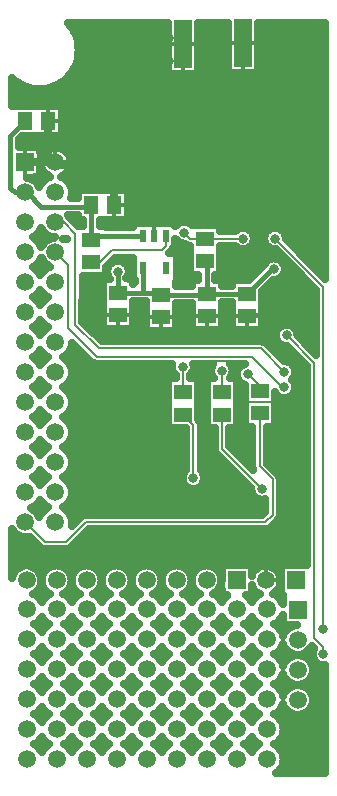
<source format=gbr>
G04 DipTrace 3.0.0.2*
G04 Bottom.gbr*
%MOMM*%
G04 #@! TF.FileFunction,Copper,L2,Bot*
G04 #@! TF.Part,Single*
G04 #@! TA.AperFunction,Conductor*
%ADD10C,0.254*%
%ADD14C,0.381*%
G04 #@! TA.AperFunction,CopperBalancing*
%ADD16C,0.635*%
G04 #@! TA.AperFunction,Conductor*
%ADD17C,0.1778*%
G04 #@! TA.AperFunction,ViaPad*
%ADD18C,0.8*%
G04 #@! TA.AperFunction,CopperBalancing*
%ADD19C,0.33*%
%ADD21R,1.52X4.06*%
%ADD25R,1.5X1.3*%
%ADD26R,1.3X1.5*%
G04 #@! TA.AperFunction,ComponentPad*
%ADD27R,1.5X1.5*%
%ADD28C,1.5*%
%ADD29C,1.5*%
%ADD35R,0.6X1.1*%
%FSLAX35Y35*%
G04*
G71*
G90*
G75*
G01*
G04 Bottom*
%LPD*%
X972000Y4140000D2*
D14*
X1184000D1*
X1318000D1*
X1332000Y4126000D1*
X1184000Y4354000D2*
Y4140000D1*
X1332000Y4126000D2*
X1718000D1*
X1722000Y4130000D1*
Y4400000D1*
X1712000Y4410000D1*
X1722000Y4130000D2*
X2062000D1*
X972000Y4140000D2*
Y4320000D1*
X2292000Y4340000D2*
X2272000D1*
X2062000Y4130000D1*
X188000Y5244000D2*
D16*
X442000D1*
X377000Y5599000D2*
Y5309000D1*
X442000Y5244000D1*
X936000Y4881000D2*
Y5174000D1*
X890000Y5220000D1*
X466000D1*
X442000Y5244000D1*
X2370000Y3960000D2*
D10*
X2082000D1*
X2062000Y3940000D1*
X980000Y3480000D2*
D17*
Y2960000D1*
X1540000Y2400000D1*
X1690000D1*
X1750000Y2460000D1*
Y2950000D1*
X1700000Y3000000D1*
Y3500000D1*
X1760000Y3560000D1*
X1930000D1*
X1940000Y3550000D1*
Y3450000D1*
X2010000Y3380000D1*
Y3250000D1*
X2040000Y3220000D1*
X2320000D1*
X2330000Y3210000D1*
Y3220000D1*
X2410000Y3590000D2*
X2400000D1*
X2200000Y3790000D1*
X2080000D1*
X2060000Y3810000D1*
Y3938000D1*
X2062000Y3940000D1*
X2380000Y2810000D2*
Y2040000D1*
X2330000Y1990000D1*
X990000Y2630000D2*
Y3470000D1*
X980000Y3480000D1*
X1810000Y2000000D2*
X2220000D1*
X2210000Y1990000D1*
X1520000Y3510000D2*
Y3300000D1*
X1850000D2*
Y3480000D1*
X2710000Y1080000D2*
Y1140000D1*
X2630000Y1220000D1*
Y3550000D1*
X2400000Y3780000D1*
X742000Y4400000D2*
X822000D1*
X922000Y4500000D1*
X1342000D1*
X1382000Y4540000D1*
Y4616000D1*
X1374000Y4624000D1*
X2710000Y1290000D2*
Y4190000D1*
X2300000Y4600000D1*
X1850000Y3110000D2*
Y2820000D1*
X2190000Y2480000D1*
X2170000Y3120000D2*
Y2670000D1*
X2280000Y2560000D1*
Y2260000D1*
X2220000Y2200000D1*
X700000D1*
X530000Y2030000D1*
X354000D1*
X188000Y2196000D1*
X1610000Y2570000D2*
Y3020000D1*
X1520000Y3110000D1*
X1712000Y4600000D2*
X1582000D1*
X1532000Y4650000D1*
X2170000Y3310000D2*
Y3350000D1*
X2070000Y3450000D1*
X2030000Y4600000D2*
X1712000D1*
X442000Y4736000D2*
X514000D1*
X610000Y4640000D1*
Y3870000D1*
X810000Y3670000D1*
X2180000D1*
X2380000Y3470000D1*
Y3340000D2*
Y3330000D1*
X2110000Y3600000D1*
X790000D1*
X550000Y3840000D1*
Y4374000D1*
X442000Y4482000D1*
X188000Y4990000D2*
D14*
X100000D1*
X60000Y5030000D1*
Y5472000D1*
X187000Y5599000D1*
X188000Y4990000D2*
X200000D1*
X320000Y4870000D1*
X735000D1*
X746000Y4881000D1*
Y4594000D1*
X742000Y4590000D1*
X1184000Y4624000D2*
X776000D1*
X742000Y4590000D1*
D18*
X972000Y4320000D3*
X2292000Y4340000D3*
X2410000Y3590000D3*
X2380000Y2810000D3*
X990000Y2630000D3*
X1810000Y2000000D3*
X1520000Y3510000D3*
X1850000Y3480000D3*
X2710000Y1080000D3*
X2400000Y3780000D3*
X2710000Y1290000D3*
X2300000Y4600000D3*
X2190000Y2480000D3*
X1610000Y2570000D3*
X1532000Y4650000D3*
X2070000Y3450000D3*
X2030000Y4600000D3*
X2380000Y3470000D3*
Y3340000D3*
X2210000Y1990000D3*
X1000000Y5100000D3*
Y5300000D3*
X2330000Y1990000D3*
X2000000Y3800000D3*
X1200000Y5100000D3*
X800000Y5300000D3*
X1400000Y6100000D3*
X1200000Y5500000D3*
X1600000D3*
X2200000Y5300000D3*
Y6000000D3*
X2700000Y5300000D3*
X2600000Y5700000D3*
X2370000Y3960000D3*
X600000Y5500000D3*
Y5300000D3*
Y5900000D3*
X800000Y5700000D3*
Y6100000D3*
Y6300000D3*
X1400000D3*
Y5500000D3*
X1600000Y5700000D3*
X2600000Y5300000D3*
X2200000Y6200000D3*
X2700000Y5500000D3*
X600000Y5700000D3*
X800000Y5500000D3*
X1000000D3*
X800000Y5900000D3*
X1000000Y5700000D3*
Y5900000D3*
Y6100000D3*
Y6300000D3*
X1200000D3*
X1400000Y5700000D3*
X1600000Y5900000D3*
X2600000Y5500000D3*
X2200000Y6400000D3*
X2700000Y5900000D3*
X980000Y3480000D3*
X1600000Y4900000D3*
X1800000D3*
X2400000D3*
X2700000Y6100000D3*
X2400000Y5100000D3*
X2200000D3*
X1400000Y5900000D3*
X2400000Y6000000D3*
X1200000Y5900000D3*
X1400000Y4900000D3*
X2200000D3*
X2700000Y6400000D3*
X2400000Y5300000D3*
X2000000Y5100000D3*
X1800000D3*
X1200000Y5700000D3*
X2000000Y5800000D3*
Y5500000D3*
X2080000Y2920000D3*
Y2820000D3*
X1200000Y4900000D3*
X2000000D3*
X2400000Y5500000D3*
X1600000Y5100000D3*
X1400000D3*
X1200000Y6100000D3*
X2200000Y5500000D3*
Y5800000D3*
X2700000Y5700000D3*
X599660Y6364483D2*
D16*
X1387533D1*
X1656463D2*
X1896523D1*
X2165457D2*
X2721280D1*
X627937Y6301317D2*
X1387533D1*
X1656463D2*
X1896523D1*
X2165457D2*
X2721280D1*
X641953Y6238150D2*
X1387533D1*
X1656463D2*
X1896523D1*
X2165457D2*
X2721280D1*
X643690Y6174983D2*
X1387533D1*
X1656463D2*
X1896523D1*
X2165457D2*
X2721280D1*
X633023Y6111817D2*
X1387533D1*
X1656463D2*
X1896523D1*
X2165457D2*
X2721280D1*
X608963Y6048650D2*
X1387533D1*
X1656463D2*
X1896523D1*
X2165457D2*
X2721280D1*
X567540Y5985483D2*
X2721280D1*
X78700Y5922317D2*
X114557D1*
X497467D2*
X2721280D1*
X78700Y5859150D2*
X2721280D1*
X78700Y5795983D2*
X2721280D1*
X78700Y5732817D2*
X2721280D1*
X500443Y5669650D2*
X2721280D1*
X500443Y5606483D2*
X2721280D1*
X500443Y5543317D2*
X2721280D1*
X500443Y5480150D2*
X2721280D1*
X137427Y5416983D2*
X2721280D1*
X321477Y5353817D2*
X371780D1*
X512223D2*
X2721280D1*
X566547Y5290650D2*
X2721280D1*
X574360Y5227483D2*
X2721280D1*
X547323Y5164317D2*
X2721280D1*
X255990Y5101150D2*
X346850D1*
X537153D2*
X2721280D1*
X582297Y5037983D2*
X2721280D1*
X589863Y4974817D2*
X622533D1*
X1059417D2*
X2721280D1*
X1059417Y4911650D2*
X2721280D1*
X1059417Y4848483D2*
X2721280D1*
X565430Y4785317D2*
X622557D1*
X1059417D2*
X2721280D1*
X620373Y4722150D2*
X668650D1*
X823400D2*
X1095580D1*
X1595570D2*
X2721280D1*
X314033Y4658983D2*
X334517D1*
X2107040D2*
X2222953D1*
X2377040D2*
X2721280D1*
X279803Y4595817D2*
X379097D1*
X504907D2*
X542683D1*
X2128373D2*
X2201620D1*
X2398373D2*
X2721280D1*
X1462367Y4532650D2*
X1578527D1*
X1845477D2*
X1960893D1*
X2099103D2*
X2230890D1*
X2459887D2*
X2721280D1*
X1477623Y4469483D2*
X1578527D1*
X1845477D2*
X2338047D1*
X2523017D2*
X2721280D1*
X1010427Y4406317D2*
X1095580D1*
X1477623D2*
X1578527D1*
X1845477D2*
X2221837D1*
X2362157D2*
X2401177D1*
X2586143D2*
X2721280D1*
X277943Y4343150D2*
X352060D1*
X1067477D2*
X1095667D1*
X1477623D2*
X1578527D1*
X1845477D2*
X2168260D1*
X2390310D2*
X2464303D1*
X2649397D2*
X2721280D1*
X677300Y4279983D2*
X882757D1*
X1061277D2*
X1095580D1*
X1477623D2*
X1644507D1*
X1799463D2*
X2105130D1*
X2368110D2*
X2527557D1*
X677300Y4216817D2*
X838603D1*
X1465467D2*
X1588573D1*
X1855397D2*
X1928523D1*
X2255747D2*
X2590683D1*
X677300Y4153650D2*
X838603D1*
X2195470D2*
X2642773D1*
X276083Y4090483D2*
X353920D1*
X677300D2*
X838603D1*
X2195470D2*
X2642773D1*
X677300Y4027317D2*
X838603D1*
X1105427D2*
X1198520D1*
X1465467D2*
X1588573D1*
X1855397D2*
X1928523D1*
X2195470D2*
X2642773D1*
X677300Y3964150D2*
X838603D1*
X1105427D2*
X1198520D1*
X1465467D2*
X1588573D1*
X1855397D2*
X1928523D1*
X2195470D2*
X2642773D1*
X677300Y3900983D2*
X838603D1*
X1105427D2*
X1198520D1*
X1465467D2*
X1588573D1*
X1855397D2*
X1928523D1*
X2195470D2*
X2642773D1*
X274100Y3837817D2*
X355903D1*
X734723D2*
X838603D1*
X1105427D2*
X1198520D1*
X1465467D2*
X1588573D1*
X1855397D2*
X1928523D1*
X2195470D2*
X2322050D1*
X2477997D2*
X2642773D1*
X797850Y3774650D2*
X2301710D1*
X2498210D2*
X2642773D1*
X2231063Y3711483D2*
X2332093D1*
X2561090D2*
X2642773D1*
X571260Y3648317D2*
X649220D1*
X2294193D2*
X2439127D1*
X272113Y3585150D2*
X357890D1*
X526113D2*
X712347D1*
X2357320D2*
X2502380D1*
X579197Y3521983D2*
X1422383D1*
X1617643D2*
X1761710D1*
X1938247D2*
X2006283D1*
X2462370D2*
X2562777D1*
X590483Y3458817D2*
X1437140D1*
X1602887D2*
X1754020D1*
X1945933D2*
X1972053D1*
X2477747D2*
X2562777D1*
X572003Y3395650D2*
X1386540D1*
X1653363D2*
X1716567D1*
X2459640D2*
X2562777D1*
X270007Y3332483D2*
X359997D1*
X524007D2*
X1386540D1*
X1653363D2*
X1716567D1*
X1983390D2*
X2036547D1*
X2478120D2*
X2562777D1*
X578577Y3269317D2*
X1386540D1*
X1653363D2*
X1716567D1*
X1983390D2*
X2036547D1*
X2445377D2*
X2562777D1*
X590483Y3206150D2*
X1386540D1*
X1653363D2*
X1716567D1*
X1983390D2*
X2036547D1*
X2303370D2*
X2562777D1*
X572747Y3142983D2*
X1386540D1*
X1653363D2*
X1716567D1*
X1983390D2*
X2036547D1*
X2303370D2*
X2562777D1*
X267897Y3079817D2*
X362107D1*
X521897D2*
X1386540D1*
X1653363D2*
X1716567D1*
X1983390D2*
X2036547D1*
X2303370D2*
X2562777D1*
X577957Y3016650D2*
X1386540D1*
X1677300D2*
X1716487D1*
X1983390D2*
X2036547D1*
X2303370D2*
X2562777D1*
X590607Y2953483D2*
X1542687D1*
X1677300D2*
X1782670D1*
X1917287D2*
X2102773D1*
X2237267D2*
X2562777D1*
X573490Y2890317D2*
X1542687D1*
X1677300D2*
X1782670D1*
X1917287D2*
X2102773D1*
X2237267D2*
X2562777D1*
X265667Y2827150D2*
X364340D1*
X519667D2*
X1542687D1*
X1677300D2*
X1782670D1*
X1935393D2*
X2102773D1*
X2237267D2*
X2562777D1*
X577337Y2763983D2*
X1542687D1*
X1677300D2*
X1813553D1*
X1998520D2*
X2102773D1*
X2237267D2*
X2562777D1*
X590607Y2700817D2*
X1542687D1*
X1677300D2*
X1876680D1*
X2061650D2*
X2102773D1*
X2237267D2*
X2562777D1*
X574237Y2637650D2*
X1541197D1*
X1678790D2*
X1939807D1*
X2294813D2*
X2562777D1*
X263310Y2574483D2*
X366693D1*
X517310D2*
X1511680D1*
X1708307D2*
X2003060D1*
X2345540D2*
X2562777D1*
X576717Y2511317D2*
X1532763D1*
X1687347D2*
X2066187D1*
X2347273D2*
X2562777D1*
X590607Y2448150D2*
X2097317D1*
X2347273D2*
X2562777D1*
X574857Y2384983D2*
X2212783D1*
X2347273D2*
X2562777D1*
X256117Y2321817D2*
X369177D1*
X514830D2*
X2212783D1*
X2347273D2*
X2562777D1*
X576097Y2258650D2*
X677127D1*
X2347273D2*
X2562777D1*
X2307960Y2195483D2*
X2562777D1*
X724800Y2132317D2*
X2562777D1*
X78700Y2069150D2*
X222330D1*
X661673D2*
X2562777D1*
X78700Y2005983D2*
X285460D1*
X598543D2*
X2562777D1*
X78700Y1942817D2*
X2562777D1*
X78700Y1879650D2*
X2562777D1*
X78700Y1816483D2*
X129687D1*
X264300D2*
X383687D1*
X518300D2*
X637687D1*
X772300D2*
X891687D1*
X1026300D2*
X1145687D1*
X1280300D2*
X1399687D1*
X1534300D2*
X1653687D1*
X1788300D2*
X1841580D1*
X2108407D2*
X2155733D1*
X2290347D2*
X2343630D1*
X303617Y1626983D2*
X344263D1*
X557617D2*
X598263D1*
X811617D2*
X852263D1*
X1065617D2*
X1106263D1*
X1319617D2*
X1360263D1*
X1573617D2*
X1614263D1*
X303617Y1563817D2*
X350443D1*
X557617D2*
X604443D1*
X811617D2*
X858443D1*
X1065617D2*
X1112443D1*
X1319617D2*
X1366443D1*
X1573617D2*
X1620443D1*
X1827617D2*
X1874443D1*
X2081617D2*
X2128443D1*
X2335617D2*
X2359630D1*
X302253Y1311150D2*
X351813D1*
X556253D2*
X605813D1*
X810253D2*
X859813D1*
X1064253D2*
X1113813D1*
X1318253D2*
X1367813D1*
X1572253D2*
X1621813D1*
X1826253D2*
X1875813D1*
X2080253D2*
X2129813D1*
X2334253D2*
X2423250D1*
X2352980Y1121650D2*
X2387410D1*
X2598547D2*
X2621630D1*
X300763Y1058483D2*
X353300D1*
X554763D2*
X607300D1*
X808763D2*
X861300D1*
X1062763D2*
X1115300D1*
X1316763D2*
X1369300D1*
X1570763D2*
X1623300D1*
X1824763D2*
X1877300D1*
X2078763D2*
X2131300D1*
X2332763D2*
X2425733D1*
X2560347D2*
X2614123D1*
X2616900Y995317D2*
X2667577D1*
X2625583Y932150D2*
X2721280D1*
X2353973Y868983D2*
X2386293D1*
X2599663D2*
X2721280D1*
X299150Y805817D2*
X354790D1*
X553150D2*
X608790D1*
X807150D2*
X862790D1*
X1061150D2*
X1116790D1*
X1315150D2*
X1370790D1*
X1569150D2*
X1624790D1*
X1823150D2*
X1878790D1*
X2077150D2*
X2132790D1*
X2331150D2*
X2428213D1*
X2557867D2*
X2721280D1*
X2616280Y742650D2*
X2721280D1*
X2625707Y679483D2*
X2721280D1*
X2354840Y616317D2*
X2385300D1*
X2600653D2*
X2721280D1*
X297663Y553150D2*
X356400D1*
X551663D2*
X610400D1*
X805663D2*
X864400D1*
X1059663D2*
X1118400D1*
X1313663D2*
X1372400D1*
X1567663D2*
X1626400D1*
X1821663D2*
X1880400D1*
X2075663D2*
X2134400D1*
X2329663D2*
X2721280D1*
X2372947Y489983D2*
X2721280D1*
X2379643Y426817D2*
X2721280D1*
X2355833Y363650D2*
X2721280D1*
X296050Y300483D2*
X358013D1*
X550050D2*
X612013D1*
X804050D2*
X866013D1*
X1058050D2*
X1120013D1*
X1312050D2*
X1374013D1*
X1566050D2*
X1628013D1*
X1820050D2*
X1882013D1*
X2074050D2*
X2136013D1*
X2328050D2*
X2721280D1*
X2372577Y237317D2*
X2721280D1*
X2379770Y174150D2*
X2721280D1*
X2356700Y110983D2*
X2721280D1*
X72287Y5726070D2*
X494070D1*
Y5471930D1*
X160573D1*
X131087Y5442510D1*
X131120Y5371170D1*
X315070Y5371070D1*
X315650Y5257523D1*
X319090Y5276240D1*
X325283Y5294237D1*
X334093Y5311107D1*
X345327Y5326470D1*
X358730Y5339983D1*
X374000Y5351343D1*
X390793Y5360297D1*
X408740Y5366640D1*
X427430Y5370233D1*
X446447Y5370993D1*
X465363Y5368903D1*
X483757Y5364013D1*
X501213Y5356430D1*
X517340Y5346327D1*
X531780Y5333927D1*
X544203Y5319507D1*
X554333Y5303397D1*
X561943Y5285953D1*
X566867Y5267567D1*
X568983Y5248653D1*
X568437Y5231320D1*
X565123Y5212580D1*
X559050Y5194543D1*
X550350Y5177613D1*
X539220Y5162177D1*
X525910Y5148573D1*
X510717Y5137113D1*
X493980Y5128047D1*
X486700Y5125083D1*
X506597Y5116780D1*
X525637Y5105117D1*
X542613Y5090613D1*
X557117Y5073637D1*
X568780Y5054597D1*
X577327Y5033970D1*
X582537Y5012260D1*
X584290Y4990000D1*
X582537Y4967740D1*
X577327Y4946030D1*
X575497Y4941077D1*
X628943Y4941120D1*
X628930Y5008070D1*
X1053070D1*
Y4753930D1*
X817057D1*
X817120Y4706997D1*
X869070Y4707070D1*
Y4695040D1*
X1101810Y4695120D1*
X1101930Y4731070D1*
X1456070D1*
Y4702173D1*
X1466897Y4715103D1*
X1477883Y4724487D1*
X1490200Y4732033D1*
X1503550Y4737563D1*
X1517597Y4740937D1*
X1532000Y4742070D1*
X1546403Y4740937D1*
X1560450Y4737563D1*
X1573800Y4732033D1*
X1586117Y4724487D1*
X1594967Y4717077D1*
X1839070Y4717070D1*
Y4660887D1*
X1960917Y4660960D1*
X1975883Y4674487D1*
X1988200Y4682033D1*
X2001550Y4687563D1*
X2015597Y4690937D1*
X2030000Y4692070D1*
X2044403Y4690937D1*
X2058450Y4687563D1*
X2071800Y4682033D1*
X2084117Y4674487D1*
X2095103Y4665103D1*
X2104487Y4654117D1*
X2112033Y4641800D1*
X2117563Y4628450D1*
X2120937Y4614403D1*
X2122070Y4600000D1*
X2120937Y4585597D1*
X2117563Y4571550D1*
X2112033Y4558200D1*
X2104487Y4545883D1*
X2095103Y4534897D1*
X2084117Y4525513D1*
X2071800Y4517967D1*
X2058450Y4512437D1*
X2044403Y4509063D1*
X2030000Y4507930D1*
X2015597Y4509063D1*
X2001550Y4512437D1*
X1988200Y4517967D1*
X1975883Y4525513D1*
X1961043Y4539063D1*
X1839127Y4539040D1*
X1839070Y4292930D1*
X1793057D1*
X1793120Y4247080D1*
X1849070Y4247070D1*
Y4201057D1*
X1934947Y4201120D1*
X1934930Y4247070D1*
X2079063Y4247640D1*
X2207190Y4375767D1*
X2213497Y4388107D1*
X2221990Y4399793D1*
X2232207Y4410010D1*
X2243893Y4418503D1*
X2256767Y4425060D1*
X2270507Y4429527D1*
X2284777Y4431787D1*
X2299223D1*
X2313493Y4429527D1*
X2327233Y4425060D1*
X2340107Y4418503D1*
X2351793Y4410010D1*
X2362010Y4399793D1*
X2370503Y4388107D1*
X2377060Y4375233D1*
X2381527Y4361493D1*
X2383787Y4347223D1*
Y4332777D1*
X2381527Y4318507D1*
X2377060Y4304767D1*
X2370503Y4291893D1*
X2362010Y4280207D1*
X2351793Y4269990D1*
X2340107Y4261497D1*
X2327233Y4254940D1*
X2313493Y4250473D1*
X2299223Y4248213D1*
X2281160Y4248643D1*
X2189077Y4156497D1*
X2189070Y3822930D1*
X1934930D1*
Y4058943D1*
X1849053Y4058880D1*
X1849070Y3822930D1*
X1594930D1*
Y4054927D1*
X1459163Y4054880D1*
X1459070Y3818930D1*
X1204930D1*
Y4068833D1*
X1099043Y4068880D1*
X1099070Y3832930D1*
X844930D1*
Y4257070D1*
X900863D1*
X897513Y4265883D1*
X889967Y4278200D1*
X884437Y4291550D1*
X881063Y4305597D1*
X879930Y4320000D1*
X881063Y4334403D1*
X884437Y4348450D1*
X889967Y4361800D1*
X897513Y4374117D1*
X906897Y4385103D1*
X917883Y4394487D1*
X930200Y4402033D1*
X943550Y4407563D1*
X957597Y4410937D1*
X972000Y4412070D1*
X986403Y4410937D1*
X1000450Y4407563D1*
X1013800Y4402033D1*
X1026117Y4394487D1*
X1037103Y4385103D1*
X1046487Y4374117D1*
X1054033Y4361800D1*
X1059563Y4348450D1*
X1062937Y4334403D1*
X1064070Y4320000D1*
X1062937Y4305597D1*
X1059563Y4291550D1*
X1054033Y4278200D1*
X1043077Y4261557D1*
X1067180Y4257070D1*
X1099070D1*
Y4211057D1*
X1112880Y4235250D1*
Y4247033D1*
X1101930Y4246930D1*
Y4439000D1*
X947233Y4439040D1*
X869050Y4360837D1*
X869070Y4282930D1*
X671007D1*
X670960Y3895240D1*
X835340Y3730870D1*
X2184783Y3730773D1*
X2198837Y3727977D1*
X2211853Y3721977D1*
X2223677Y3712487D1*
X2374383Y3561827D1*
X2394403Y3560937D1*
X2408450Y3557563D1*
X2421800Y3552033D1*
X2434117Y3544487D1*
X2445103Y3535103D1*
X2454487Y3524117D1*
X2462033Y3511800D1*
X2467563Y3498450D1*
X2470937Y3484403D1*
X2472070Y3470000D1*
X2470937Y3455597D1*
X2467563Y3441550D1*
X2462033Y3428200D1*
X2454487Y3415883D1*
X2445200Y3405000D1*
X2454487Y3394117D1*
X2462033Y3381800D1*
X2467563Y3368450D1*
X2470937Y3354403D1*
X2472070Y3340000D1*
X2470937Y3325597D1*
X2467563Y3311550D1*
X2462033Y3298200D1*
X2454487Y3285883D1*
X2445103Y3274897D1*
X2434117Y3265513D1*
X2421800Y3257967D1*
X2408450Y3252437D1*
X2394403Y3249063D1*
X2380000Y3247930D1*
X2365597Y3249063D1*
X2351550Y3252437D1*
X2338200Y3257967D1*
X2325883Y3265513D1*
X2314897Y3274897D1*
X2305513Y3285883D1*
X2297077Y3300123D1*
X2297070Y3002930D1*
X2230967D1*
X2230960Y2695220D1*
X2329317Y2595830D1*
X2336320Y2583330D1*
X2340210Y2569537D1*
X2340960Y2560000D1*
X2340210Y2250463D1*
X2336320Y2236670D1*
X2329317Y2224170D1*
X2323107Y2216893D1*
X2255830Y2150683D1*
X2243330Y2143680D1*
X2229537Y2139790D1*
X2220000Y2139040D1*
X725257D1*
X565830Y1980683D1*
X553330Y1973680D1*
X539537Y1969790D1*
X530000Y1969040D1*
X344463Y1969790D1*
X330670Y1973680D1*
X318170Y1980683D1*
X310893Y1986893D1*
X223810Y2073980D1*
X197970Y2069323D1*
X178030D1*
X158337Y2072440D1*
X139373Y2078603D1*
X121607Y2087657D1*
X105473Y2099377D1*
X91377Y2113473D1*
X79657Y2129607D1*
X72317Y2143657D1*
X72350Y1729767D1*
X79603Y1753627D1*
X88657Y1771393D1*
X100377Y1787527D1*
X114473Y1801623D1*
X130607Y1813343D1*
X148373Y1822397D1*
X167337Y1828560D1*
X187030Y1831677D1*
X206970D1*
X226663Y1828560D1*
X245627Y1822397D1*
X263393Y1813343D1*
X279527Y1801623D1*
X293623Y1787527D1*
X305343Y1771393D1*
X314397Y1753627D1*
X320560Y1734663D1*
X323677Y1714970D1*
X323960Y1707767D1*
X325493Y1724877D1*
X330150Y1744267D1*
X337780Y1762690D1*
X348197Y1779690D1*
X361147Y1794853D1*
X376310Y1807803D1*
X393310Y1818220D1*
X411733Y1825850D1*
X431123Y1830507D1*
X451000Y1832070D1*
X470877Y1830507D1*
X490267Y1825850D1*
X508690Y1818220D1*
X525690Y1807803D1*
X540853Y1794853D1*
X553803Y1779690D1*
X564220Y1762690D1*
X571850Y1744267D1*
X576507Y1724877D1*
X577960Y1707767D1*
X579493Y1724877D1*
X584150Y1744267D1*
X591780Y1762690D1*
X602197Y1779690D1*
X615147Y1794853D1*
X630310Y1807803D1*
X647310Y1818220D1*
X665733Y1825850D1*
X685123Y1830507D1*
X705000Y1832070D1*
X724877Y1830507D1*
X744267Y1825850D1*
X762690Y1818220D1*
X779690Y1807803D1*
X794853Y1794853D1*
X807803Y1779690D1*
X818220Y1762690D1*
X825850Y1744267D1*
X830507Y1724877D1*
X831960Y1707767D1*
X833493Y1724877D1*
X838150Y1744267D1*
X845780Y1762690D1*
X856197Y1779690D1*
X869147Y1794853D1*
X884310Y1807803D1*
X901310Y1818220D1*
X919733Y1825850D1*
X939123Y1830507D1*
X959000Y1832070D1*
X978877Y1830507D1*
X998267Y1825850D1*
X1016690Y1818220D1*
X1033690Y1807803D1*
X1048853Y1794853D1*
X1061803Y1779690D1*
X1072220Y1762690D1*
X1079850Y1744267D1*
X1084507Y1724877D1*
X1085960Y1707767D1*
X1087493Y1724877D1*
X1092150Y1744267D1*
X1099780Y1762690D1*
X1110197Y1779690D1*
X1123147Y1794853D1*
X1138310Y1807803D1*
X1155310Y1818220D1*
X1173733Y1825850D1*
X1193123Y1830507D1*
X1213000Y1832070D1*
X1232877Y1830507D1*
X1252267Y1825850D1*
X1270690Y1818220D1*
X1287690Y1807803D1*
X1302853Y1794853D1*
X1315803Y1779690D1*
X1326220Y1762690D1*
X1333850Y1744267D1*
X1338507Y1724877D1*
X1339960Y1707767D1*
X1341493Y1724877D1*
X1346150Y1744267D1*
X1353780Y1762690D1*
X1364197Y1779690D1*
X1377147Y1794853D1*
X1392310Y1807803D1*
X1409310Y1818220D1*
X1427733Y1825850D1*
X1447123Y1830507D1*
X1467000Y1832070D1*
X1486877Y1830507D1*
X1506267Y1825850D1*
X1524690Y1818220D1*
X1541690Y1807803D1*
X1556853Y1794853D1*
X1569803Y1779690D1*
X1580220Y1762690D1*
X1587850Y1744267D1*
X1592507Y1724877D1*
X1593960Y1707767D1*
X1595493Y1724877D1*
X1600150Y1744267D1*
X1607780Y1762690D1*
X1618197Y1779690D1*
X1631147Y1794853D1*
X1646310Y1807803D1*
X1663310Y1818220D1*
X1681733Y1825850D1*
X1701123Y1830507D1*
X1721000Y1832070D1*
X1740877Y1830507D1*
X1760267Y1825850D1*
X1778690Y1818220D1*
X1795690Y1807803D1*
X1810853Y1794853D1*
X1823803Y1779690D1*
X1834220Y1762690D1*
X1841850Y1744267D1*
X1846507Y1724877D1*
X1847930Y1708543D1*
Y1832070D1*
X2102070D1*
Y1744137D1*
X2108937Y1761003D1*
X2118583Y1777413D1*
X2130567Y1792197D1*
X2144627Y1805023D1*
X2160447Y1815607D1*
X2177667Y1823710D1*
X2195907Y1829147D1*
X2214753Y1831803D1*
X2233783Y1831610D1*
X2252573Y1828580D1*
X2270700Y1822777D1*
X2287753Y1814333D1*
X2303357Y1803433D1*
X2317160Y1790330D1*
X2328847Y1775307D1*
X2338160Y1758710D1*
X2344890Y1740910D1*
X2348887Y1722300D1*
X2349930Y1710520D1*
Y1832070D1*
X2569080D1*
X2569040Y3524727D1*
X2405623Y3688167D1*
X2385597Y3689063D1*
X2371550Y3692437D1*
X2358200Y3697967D1*
X2345883Y3705513D1*
X2334897Y3714897D1*
X2325513Y3725883D1*
X2317967Y3738200D1*
X2312437Y3751550D1*
X2309063Y3765597D1*
X2307930Y3780000D1*
X2309063Y3794403D1*
X2312437Y3808450D1*
X2317967Y3821800D1*
X2325513Y3834117D1*
X2334897Y3845103D1*
X2345883Y3854487D1*
X2358200Y3862033D1*
X2371550Y3867563D1*
X2385597Y3870937D1*
X2400000Y3872070D1*
X2414403Y3870937D1*
X2428450Y3867563D1*
X2441800Y3862033D1*
X2454117Y3854487D1*
X2465103Y3845103D1*
X2474487Y3834117D1*
X2482033Y3821800D1*
X2487563Y3808450D1*
X2490937Y3794403D1*
X2491847Y3774327D1*
X2649107Y3617103D1*
X2649040Y4164740D1*
X2305667Y4508123D1*
X2285597Y4509063D1*
X2271550Y4512437D1*
X2258200Y4517967D1*
X2245883Y4525513D1*
X2234897Y4534897D1*
X2225513Y4545883D1*
X2217967Y4558200D1*
X2212437Y4571550D1*
X2209063Y4585597D1*
X2207930Y4600000D1*
X2209063Y4614403D1*
X2212437Y4628450D1*
X2217967Y4641800D1*
X2225513Y4654117D1*
X2234897Y4665103D1*
X2245883Y4674487D1*
X2258200Y4682033D1*
X2271550Y4687563D1*
X2285597Y4690937D1*
X2300000Y4692070D1*
X2314403Y4690937D1*
X2328450Y4687563D1*
X2341800Y4682033D1*
X2354117Y4674487D1*
X2365103Y4665103D1*
X2374487Y4654117D1*
X2382033Y4641800D1*
X2387563Y4628450D1*
X2390937Y4614403D1*
X2391847Y4594327D1*
X2727660Y4258550D1*
X2727650Y6427650D1*
X2159003D1*
X2159070Y5997930D1*
X1902930D1*
X1902150Y6427650D1*
X1650070Y6426870D1*
Y5992930D1*
X1393930D1*
Y6427683D1*
X545953Y6427650D1*
X574660Y6393193D1*
X589147Y6371513D1*
X601890Y6348763D1*
X612803Y6325083D1*
X621830Y6300620D1*
X628907Y6275523D1*
X633993Y6249950D1*
X637060Y6224053D1*
X638083Y6198000D1*
X637060Y6171947D1*
X633993Y6146050D1*
X628907Y6120477D1*
X621830Y6095380D1*
X612803Y6070917D1*
X601890Y6047237D1*
X589147Y6024487D1*
X574660Y6002807D1*
X558517Y5982330D1*
X540820Y5963180D1*
X521670Y5945483D1*
X501193Y5929340D1*
X479513Y5914853D1*
X456763Y5902110D1*
X433083Y5891197D1*
X408620Y5882170D1*
X383523Y5875093D1*
X357950Y5870007D1*
X332053Y5866940D1*
X306000Y5865917D1*
X279947Y5866940D1*
X254050Y5870007D1*
X228477Y5875093D1*
X203380Y5882170D1*
X178917Y5891197D1*
X155237Y5902110D1*
X132487Y5914853D1*
X110807Y5929340D1*
X90330Y5945483D1*
X72303Y5962143D1*
X72350Y5726050D1*
X674927Y4753930D2*
X628930D1*
Y4798950D1*
X552313Y4798880D1*
X559397Y4784627D1*
X563623Y4772530D1*
X629107Y4707107D1*
X674833Y4707070D1*
X674880Y4753867D1*
X1626680Y4247070D2*
X1650863D1*
X1650880Y4292843D1*
X1584930Y4292930D1*
X1585053Y4527070D1*
X1582000Y4539040D1*
X1567770Y4540723D1*
X1554323Y4545683D1*
X1542410Y4553647D1*
X1538323Y4557513D1*
X1517597Y4559063D1*
X1503550Y4562437D1*
X1490200Y4567967D1*
X1477883Y4575513D1*
X1466897Y4584897D1*
X1456053Y4598067D1*
X1456070Y4516930D1*
X1438320Y4516670D1*
X1431317Y4504170D1*
X1404497Y4476287D1*
X1424487Y4496323D1*
X1435460Y4476290D1*
X1471290D1*
Y4231710D1*
X1459013D1*
X1459070Y4197057D1*
X1595053Y4197120D1*
X1594930Y4247070D1*
X1626680D1*
X2102070Y1666003D2*
Y1577930D1*
X2057547D1*
X2070410Y1568197D1*
X2086197Y1552410D1*
X2099323Y1534347D1*
X2105220Y1524597D1*
X2116883Y1543637D1*
X2131387Y1560613D1*
X2148363Y1575117D1*
X2167403Y1586780D1*
X2171643Y1588737D1*
X2153573Y1598573D1*
X2138457Y1610137D1*
X2125237Y1623827D1*
X2114210Y1639340D1*
X2105623Y1656323D1*
X2102073Y1666087D1*
X1898300Y1577930D2*
X1847930D1*
X1847677Y1695030D1*
X1844560Y1675337D1*
X1838397Y1656373D1*
X1829343Y1638607D1*
X1817623Y1622473D1*
X1803527Y1608377D1*
X1787393Y1596657D1*
X1778453Y1591460D1*
X1798347Y1581323D1*
X1816410Y1568197D1*
X1832197Y1552410D1*
X1845323Y1534347D1*
X1851220Y1524597D1*
X1862883Y1543637D1*
X1877387Y1560613D1*
X1894363Y1575117D1*
X1898610Y1577953D1*
X1666673Y1590230D2*
X1646310Y1602197D1*
X1631147Y1615147D1*
X1618197Y1630310D1*
X1607780Y1647310D1*
X1600150Y1665733D1*
X1595493Y1685123D1*
X1594040Y1702233D1*
X1592507Y1685123D1*
X1587850Y1665733D1*
X1580220Y1647310D1*
X1569803Y1630310D1*
X1556853Y1615147D1*
X1541690Y1602197D1*
X1524453Y1591460D1*
X1544347Y1581323D1*
X1562410Y1568197D1*
X1578197Y1552410D1*
X1591323Y1534347D1*
X1597220Y1524597D1*
X1608883Y1543637D1*
X1623387Y1560613D1*
X1640363Y1575117D1*
X1659403Y1586780D1*
X1666653Y1590127D1*
X1412673Y1590230D2*
X1392310Y1602197D1*
X1377147Y1615147D1*
X1364197Y1630310D1*
X1353780Y1647310D1*
X1346150Y1665733D1*
X1341493Y1685123D1*
X1340040Y1702233D1*
X1338507Y1685123D1*
X1333850Y1665733D1*
X1326220Y1647310D1*
X1315803Y1630310D1*
X1302853Y1615147D1*
X1287690Y1602197D1*
X1270453Y1591460D1*
X1290347Y1581323D1*
X1308410Y1568197D1*
X1324197Y1552410D1*
X1337323Y1534347D1*
X1343220Y1524597D1*
X1354883Y1543637D1*
X1369387Y1560613D1*
X1386363Y1575117D1*
X1405403Y1586780D1*
X1412653Y1590127D1*
X1158673Y1590230D2*
X1138310Y1602197D1*
X1123147Y1615147D1*
X1110197Y1630310D1*
X1099780Y1647310D1*
X1092150Y1665733D1*
X1087493Y1685123D1*
X1086040Y1702233D1*
X1084507Y1685123D1*
X1079850Y1665733D1*
X1072220Y1647310D1*
X1061803Y1630310D1*
X1048853Y1615147D1*
X1033690Y1602197D1*
X1016453Y1591460D1*
X1036347Y1581323D1*
X1054410Y1568197D1*
X1070197Y1552410D1*
X1083323Y1534347D1*
X1089220Y1524597D1*
X1100883Y1543637D1*
X1115387Y1560613D1*
X1132363Y1575117D1*
X1151403Y1586780D1*
X1158653Y1590127D1*
X904673Y1590230D2*
X884310Y1602197D1*
X869147Y1615147D1*
X856197Y1630310D1*
X845780Y1647310D1*
X838150Y1665733D1*
X833493Y1685123D1*
X832040Y1702233D1*
X830507Y1685123D1*
X825850Y1665733D1*
X818220Y1647310D1*
X807803Y1630310D1*
X794853Y1615147D1*
X779690Y1602197D1*
X762453Y1591460D1*
X782347Y1581323D1*
X800410Y1568197D1*
X816197Y1552410D1*
X829323Y1534347D1*
X835220Y1524597D1*
X846883Y1543637D1*
X861387Y1560613D1*
X878363Y1575117D1*
X897403Y1586780D1*
X904653Y1590127D1*
X650673Y1590230D2*
X630310Y1602197D1*
X615147Y1615147D1*
X602197Y1630310D1*
X591780Y1647310D1*
X584150Y1665733D1*
X579493Y1685123D1*
X578040Y1702233D1*
X576507Y1685123D1*
X571850Y1665733D1*
X564220Y1647310D1*
X553803Y1630310D1*
X540853Y1615147D1*
X525690Y1602197D1*
X508453Y1591460D1*
X528347Y1581323D1*
X546410Y1568197D1*
X562197Y1552410D1*
X575323Y1534347D1*
X581220Y1524597D1*
X592883Y1543637D1*
X607387Y1560613D1*
X624363Y1575117D1*
X643403Y1586780D1*
X650653Y1590127D1*
X396673Y1590230D2*
X376310Y1602197D1*
X361147Y1615147D1*
X348197Y1630310D1*
X337780Y1647310D1*
X330150Y1665733D1*
X325493Y1685123D1*
X324040Y1702233D1*
X322507Y1685123D1*
X317850Y1665733D1*
X310220Y1647310D1*
X299803Y1630310D1*
X286853Y1615147D1*
X271690Y1602197D1*
X254453Y1591460D1*
X274347Y1581323D1*
X292410Y1568197D1*
X308197Y1552410D1*
X321323Y1534347D1*
X327220Y1524597D1*
X338883Y1543637D1*
X353387Y1560613D1*
X370363Y1575117D1*
X389403Y1586780D1*
X396653Y1590127D1*
X2365820Y1577930D2*
X2349930D1*
X2349437Y1692320D1*
X2346123Y1673580D1*
X2340050Y1655543D1*
X2331350Y1638613D1*
X2320220Y1623177D1*
X2306910Y1609573D1*
X2291717Y1598113D1*
X2282780Y1592910D1*
X2306347Y1581323D1*
X2324410Y1568197D1*
X2340197Y1552410D1*
X2353323Y1534347D1*
X2363460Y1514453D1*
X2365920Y1507777D1*
X2365930Y1577837D1*
X1424680Y3417070D2*
X1459033D1*
X1459040Y3441013D1*
X1445513Y3455883D1*
X1437967Y3468200D1*
X1432437Y3481550D1*
X1429063Y3495597D1*
X1427930Y3510000D1*
X1429063Y3524403D1*
X1432660Y3539060D1*
X785217Y3539227D1*
X771163Y3542023D1*
X758150Y3548023D1*
X746323Y3557513D1*
X584217Y3719573D1*
X582537Y3697740D1*
X577327Y3676030D1*
X568780Y3655403D1*
X557117Y3636363D1*
X542613Y3619387D1*
X525637Y3604883D1*
X506163Y3593017D1*
X525637Y3581117D1*
X542613Y3566613D1*
X557117Y3549637D1*
X568780Y3530597D1*
X577327Y3509970D1*
X582537Y3488260D1*
X584290Y3466000D1*
X582537Y3443740D1*
X577327Y3422030D1*
X568780Y3401403D1*
X557117Y3382363D1*
X542613Y3365387D1*
X525637Y3350883D1*
X506163Y3339017D1*
X525637Y3327117D1*
X542613Y3312613D1*
X557117Y3295637D1*
X568780Y3276597D1*
X577327Y3255970D1*
X582537Y3234260D1*
X584290Y3212000D1*
X582537Y3189740D1*
X577327Y3168030D1*
X568780Y3147403D1*
X557117Y3128363D1*
X542613Y3111387D1*
X525637Y3096883D1*
X506163Y3085017D1*
X525637Y3073117D1*
X542613Y3058613D1*
X557117Y3041637D1*
X568780Y3022597D1*
X577327Y3001970D1*
X582537Y2980260D1*
X584290Y2958000D1*
X582537Y2935740D1*
X577327Y2914030D1*
X568780Y2893403D1*
X557117Y2874363D1*
X542613Y2857387D1*
X525637Y2842883D1*
X506163Y2831017D1*
X525637Y2819117D1*
X542613Y2804613D1*
X557117Y2787637D1*
X568780Y2768597D1*
X577327Y2747970D1*
X582537Y2726260D1*
X584290Y2704000D1*
X582537Y2681740D1*
X577327Y2660030D1*
X568780Y2639403D1*
X557117Y2620363D1*
X542613Y2603387D1*
X525637Y2588883D1*
X506163Y2577017D1*
X525637Y2565117D1*
X542613Y2550613D1*
X557117Y2533637D1*
X568780Y2514597D1*
X577327Y2493970D1*
X582537Y2472260D1*
X584290Y2450000D1*
X582537Y2427740D1*
X577327Y2406030D1*
X568780Y2385403D1*
X557117Y2366363D1*
X542613Y2349387D1*
X525637Y2334883D1*
X506163Y2323017D1*
X525637Y2311117D1*
X542613Y2296613D1*
X557117Y2279637D1*
X568780Y2260597D1*
X577327Y2239970D1*
X582537Y2218260D1*
X584290Y2196000D1*
X582537Y2173740D1*
X581287Y2167450D1*
X664170Y2249317D1*
X676670Y2256320D1*
X690463Y2260210D1*
X700000Y2260960D1*
X2194743D1*
X2219077Y2285287D1*
X2218450Y2392437D1*
X2204403Y2389063D1*
X2190000Y2387930D1*
X2175597Y2389063D1*
X2161550Y2392437D1*
X2148200Y2397967D1*
X2135883Y2405513D1*
X2124897Y2414897D1*
X2115513Y2425883D1*
X2107967Y2438200D1*
X2102437Y2451550D1*
X2099063Y2465597D1*
X2098153Y2485673D1*
X1803647Y2780410D1*
X1795683Y2792323D1*
X1790723Y2805770D1*
X1789073Y2820840D1*
X1789040Y2993013D1*
X1722930Y2992930D1*
Y3417070D1*
X1782833D1*
X1771497Y3431893D1*
X1764940Y3444767D1*
X1760473Y3458507D1*
X1758213Y3472777D1*
Y3487223D1*
X1760473Y3501493D1*
X1764940Y3515233D1*
X1771497Y3528107D1*
X1779413Y3539063D1*
X1607563Y3538450D1*
X1610937Y3524403D1*
X1612070Y3510000D1*
X1610937Y3495597D1*
X1607563Y3481550D1*
X1602033Y3468200D1*
X1594487Y3455883D1*
X1580937Y3441043D1*
X1583430Y3417070D1*
X1647070D1*
Y3069187D1*
X1659317Y3055830D1*
X1666320Y3043330D1*
X1670210Y3029537D1*
X1670960Y3020000D1*
Y2638877D1*
X1680010Y2629793D1*
X1688503Y2618107D1*
X1695060Y2605233D1*
X1699527Y2591493D1*
X1701787Y2577223D1*
Y2562777D1*
X1699527Y2548507D1*
X1695060Y2534767D1*
X1688503Y2521893D1*
X1680010Y2510207D1*
X1669793Y2499990D1*
X1658107Y2491497D1*
X1645233Y2484940D1*
X1631493Y2480473D1*
X1617223Y2478213D1*
X1602777D1*
X1588507Y2480473D1*
X1574767Y2484940D1*
X1561893Y2491497D1*
X1550207Y2499990D1*
X1539990Y2510207D1*
X1531497Y2521893D1*
X1524940Y2534767D1*
X1520473Y2548507D1*
X1518213Y2562777D1*
Y2577223D1*
X1520473Y2591493D1*
X1524940Y2605233D1*
X1531497Y2618107D1*
X1539990Y2629793D1*
X1549063Y2638957D1*
X1549040Y2993043D1*
X1392930Y2992930D1*
Y3417070D1*
X1424680D1*
X1917273D2*
X1977070D1*
Y2992930D1*
X1910967D1*
X1910960Y2845210D1*
X2118023Y2638150D1*
X2112023Y2651163D1*
X2109227Y2665217D1*
X2109040Y3003003D1*
X2042930Y3002930D1*
Y3361973D1*
X2028200Y3367967D1*
X2015883Y3375513D1*
X2004897Y3384897D1*
X1995513Y3395883D1*
X1987967Y3408200D1*
X1982437Y3421550D1*
X1979063Y3435597D1*
X1977930Y3450000D1*
X1979063Y3464403D1*
X1982437Y3478450D1*
X1987967Y3491800D1*
X1995513Y3504117D1*
X2004897Y3515103D1*
X2015883Y3524487D1*
X2028200Y3532033D1*
X2046903Y3539073D1*
X1920617Y3539040D1*
X1928503Y3528107D1*
X1935060Y3515233D1*
X1939527Y3501493D1*
X1941787Y3487223D1*
Y3472777D1*
X1939527Y3458507D1*
X1935060Y3444767D1*
X1928503Y3431893D1*
X1917117Y3417073D1*
X315070Y5238043D2*
Y5116930D1*
X197970Y5116677D1*
X217663Y5113560D1*
X236627Y5107397D1*
X254393Y5098343D1*
X270527Y5086623D1*
X284623Y5072527D1*
X296343Y5056393D1*
X305397Y5038627D1*
X306893Y5034570D1*
X315220Y5054597D1*
X326883Y5073637D1*
X341387Y5090613D1*
X358363Y5105117D1*
X377403Y5116780D1*
X397333Y5125070D1*
X377977Y5134237D1*
X362300Y5145030D1*
X348413Y5158047D1*
X336623Y5172987D1*
X327200Y5189523D1*
X320350Y5207280D1*
X316230Y5225860D1*
X315070Y5238177D1*
X323070Y4691333D2*
X314780Y4671403D1*
X303117Y4652363D1*
X288613Y4635387D1*
X271637Y4620883D1*
X252163Y4609017D1*
X271637Y4597117D1*
X288613Y4582613D1*
X303117Y4565637D1*
X314780Y4546597D1*
X323070Y4526667D1*
X333657Y4548393D1*
X345377Y4564527D1*
X359473Y4578623D1*
X375607Y4590343D1*
X393373Y4599397D1*
X412337Y4605560D1*
X432030Y4608677D1*
X439233Y4608960D1*
X422123Y4610493D1*
X402733Y4615150D1*
X384310Y4622780D1*
X367310Y4633197D1*
X352147Y4646147D1*
X339197Y4661310D1*
X328780Y4678310D1*
X323107Y4691430D1*
X323070Y4437333D2*
X314780Y4417403D1*
X303117Y4398363D1*
X288613Y4381387D1*
X271637Y4366883D1*
X252163Y4355017D1*
X271637Y4343117D1*
X288613Y4328613D1*
X303117Y4311637D1*
X314983Y4292163D1*
X326883Y4311637D1*
X341387Y4328613D1*
X358363Y4343117D1*
X377403Y4354780D1*
X397333Y4363070D1*
X375607Y4373657D1*
X359473Y4385377D1*
X345377Y4399473D1*
X333657Y4415607D1*
X324603Y4433373D1*
X323107Y4437430D1*
X314983Y4163837D2*
X303117Y4144363D1*
X288613Y4127387D1*
X271637Y4112883D1*
X252163Y4101017D1*
X271637Y4089117D1*
X288613Y4074613D1*
X303117Y4057637D1*
X314983Y4038163D1*
X326883Y4057637D1*
X341387Y4074613D1*
X358363Y4089117D1*
X377837Y4100983D1*
X358363Y4112883D1*
X341387Y4127387D1*
X326883Y4144363D1*
X315017Y4163837D1*
X314983Y3909837D2*
X303117Y3890363D1*
X288613Y3873387D1*
X271637Y3858883D1*
X252163Y3847017D1*
X271637Y3835117D1*
X288613Y3820613D1*
X303117Y3803637D1*
X314983Y3784163D1*
X326883Y3803637D1*
X341387Y3820613D1*
X358363Y3835117D1*
X377837Y3846983D1*
X358363Y3858883D1*
X341387Y3873387D1*
X326883Y3890363D1*
X315017Y3909837D1*
X314983Y3655837D2*
X303117Y3636363D1*
X288613Y3619387D1*
X271637Y3604883D1*
X252163Y3593017D1*
X271637Y3581117D1*
X288613Y3566613D1*
X303117Y3549637D1*
X314983Y3530163D1*
X326883Y3549637D1*
X341387Y3566613D1*
X358363Y3581117D1*
X377837Y3592983D1*
X358363Y3604883D1*
X341387Y3619387D1*
X326883Y3636363D1*
X315017Y3655837D1*
X314983Y3401837D2*
X303117Y3382363D1*
X288613Y3365387D1*
X271637Y3350883D1*
X252163Y3339017D1*
X271637Y3327117D1*
X288613Y3312613D1*
X303117Y3295637D1*
X314983Y3276163D1*
X326883Y3295637D1*
X341387Y3312613D1*
X358363Y3327117D1*
X377837Y3338983D1*
X358363Y3350883D1*
X341387Y3365387D1*
X326883Y3382363D1*
X315017Y3401837D1*
X314983Y3147837D2*
X303117Y3128363D1*
X288613Y3111387D1*
X271637Y3096883D1*
X252163Y3085017D1*
X271637Y3073117D1*
X288613Y3058613D1*
X303117Y3041637D1*
X314983Y3022163D1*
X326883Y3041637D1*
X341387Y3058613D1*
X358363Y3073117D1*
X377837Y3084983D1*
X358363Y3096883D1*
X341387Y3111387D1*
X326883Y3128363D1*
X315017Y3147837D1*
X314983Y2893837D2*
X303117Y2874363D1*
X288613Y2857387D1*
X271637Y2842883D1*
X252163Y2831017D1*
X271637Y2819117D1*
X288613Y2804613D1*
X303117Y2787637D1*
X314983Y2768163D1*
X326883Y2787637D1*
X341387Y2804613D1*
X358363Y2819117D1*
X377837Y2830983D1*
X358363Y2842883D1*
X341387Y2857387D1*
X326883Y2874363D1*
X315017Y2893837D1*
X314983Y2639837D2*
X303117Y2620363D1*
X288613Y2603387D1*
X271637Y2588883D1*
X252163Y2577017D1*
X271637Y2565117D1*
X288613Y2550613D1*
X303117Y2533637D1*
X314983Y2514163D1*
X326883Y2533637D1*
X341387Y2550613D1*
X358363Y2565117D1*
X377837Y2576983D1*
X358363Y2588883D1*
X341387Y2603387D1*
X326883Y2620363D1*
X315017Y2639837D1*
X314983Y2385837D2*
X303117Y2366363D1*
X288613Y2349387D1*
X271637Y2334883D1*
X252597Y2323220D1*
X232667Y2314930D1*
X254393Y2304343D1*
X270527Y2292623D1*
X284623Y2278527D1*
X296343Y2262393D1*
X305397Y2244627D1*
X306893Y2240570D1*
X315220Y2260597D1*
X326883Y2279637D1*
X341387Y2296613D1*
X358363Y2311117D1*
X377837Y2322983D1*
X358363Y2334883D1*
X341387Y2349387D1*
X326883Y2366363D1*
X315017Y2385837D1*
X2486993Y1327930D2*
X2365930D1*
Y1411893D1*
X2358780Y1395403D1*
X2347117Y1376363D1*
X2332613Y1359387D1*
X2315637Y1344883D1*
X2296163Y1333017D1*
X2315637Y1321117D1*
X2332613Y1306613D1*
X2347117Y1289637D1*
X2358780Y1270597D1*
X2367327Y1249970D1*
X2370930Y1236350D1*
X2379780Y1258690D1*
X2390197Y1275690D1*
X2403147Y1290853D1*
X2418310Y1303803D1*
X2435310Y1314220D1*
X2453733Y1321850D1*
X2473123Y1326507D1*
X2489457Y1327930D1*
X2610680Y1153140D2*
X2601343Y1134607D1*
X2589623Y1118473D1*
X2575527Y1104377D1*
X2559393Y1092657D1*
X2541627Y1083603D1*
X2522663Y1077440D1*
X2502970Y1074323D1*
X2495767Y1074040D1*
X2512877Y1072507D1*
X2532267Y1067850D1*
X2550690Y1060220D1*
X2567690Y1049803D1*
X2582853Y1036853D1*
X2595803Y1021690D1*
X2606220Y1004690D1*
X2613850Y986267D1*
X2618507Y966877D1*
X2620070Y947000D1*
X2618507Y927123D1*
X2613850Y907733D1*
X2606220Y889310D1*
X2595803Y872310D1*
X2582853Y857147D1*
X2567690Y844197D1*
X2550690Y833780D1*
X2532267Y826150D1*
X2512877Y821493D1*
X2495767Y820040D1*
X2512877Y818507D1*
X2532267Y813850D1*
X2550690Y806220D1*
X2567690Y795803D1*
X2582853Y782853D1*
X2595803Y767690D1*
X2606220Y750690D1*
X2613850Y732267D1*
X2618507Y712877D1*
X2620070Y693000D1*
X2618507Y673123D1*
X2613850Y653733D1*
X2606220Y635310D1*
X2595803Y618310D1*
X2582853Y603147D1*
X2567690Y590197D1*
X2550690Y579780D1*
X2532267Y572150D1*
X2512877Y567493D1*
X2493000Y565930D1*
X2473123Y567493D1*
X2453733Y572150D1*
X2435310Y579780D1*
X2418310Y590197D1*
X2403147Y603147D1*
X2390197Y618310D1*
X2379780Y635310D1*
X2372150Y653733D1*
X2369727Y662323D1*
X2363460Y643547D1*
X2353323Y623653D1*
X2340197Y605590D1*
X2324410Y589803D1*
X2306347Y576677D1*
X2296597Y570780D1*
X2315637Y559117D1*
X2332613Y544613D1*
X2347117Y527637D1*
X2358780Y508597D1*
X2367327Y487970D1*
X2372537Y466260D1*
X2374290Y444000D1*
X2372537Y421740D1*
X2367327Y400030D1*
X2358780Y379403D1*
X2347117Y360363D1*
X2332613Y343387D1*
X2315637Y328883D1*
X2296163Y317017D1*
X2315637Y305117D1*
X2332613Y290613D1*
X2347117Y273637D1*
X2358780Y254597D1*
X2367327Y233970D1*
X2372537Y212260D1*
X2374290Y190000D1*
X2372537Y167740D1*
X2367327Y146030D1*
X2358780Y125403D1*
X2347117Y106363D1*
X2332613Y89387D1*
X2315637Y74883D1*
X2311827Y72340D1*
X2727650Y72350D1*
Y989750D1*
X2710000Y987930D1*
X2695597Y989063D1*
X2681550Y992437D1*
X2668200Y997967D1*
X2655883Y1005513D1*
X2644897Y1014897D1*
X2635513Y1025883D1*
X2627967Y1038200D1*
X2622437Y1051550D1*
X2619063Y1065597D1*
X2617930Y1080000D1*
X2619063Y1094403D1*
X2622437Y1108450D1*
X2627967Y1121800D1*
X2633207Y1130667D1*
X2610680Y1153110D1*
X2490233Y1074040D2*
X2473123Y1075493D1*
X2453733Y1080150D1*
X2435310Y1087780D1*
X2418310Y1098197D1*
X2403147Y1111147D1*
X2390197Y1126310D1*
X2379780Y1143310D1*
X2372150Y1161733D1*
X2369727Y1170323D1*
X2363460Y1151547D1*
X2353323Y1131653D1*
X2340197Y1113590D1*
X2324410Y1097803D1*
X2306347Y1084677D1*
X2296597Y1078780D1*
X2315637Y1067117D1*
X2332613Y1052613D1*
X2347117Y1035637D1*
X2358780Y1016597D1*
X2367327Y995970D1*
X2370930Y982350D1*
X2379780Y1004690D1*
X2390197Y1021690D1*
X2403147Y1036853D1*
X2418310Y1049803D1*
X2435310Y1060220D1*
X2453733Y1067850D1*
X2473123Y1072507D1*
X2490233Y1073960D1*
Y820040D2*
X2473123Y821493D1*
X2453733Y826150D1*
X2435310Y833780D1*
X2418310Y844197D1*
X2403147Y857147D1*
X2390197Y872310D1*
X2379780Y889310D1*
X2372150Y907733D1*
X2369727Y916323D1*
X2363460Y897547D1*
X2353323Y877653D1*
X2340197Y859590D1*
X2324410Y843803D1*
X2306347Y830677D1*
X2296597Y824780D1*
X2315637Y813117D1*
X2332613Y798613D1*
X2347117Y781637D1*
X2358780Y762597D1*
X2367327Y741970D1*
X2370930Y728350D1*
X2379780Y750690D1*
X2390197Y767690D1*
X2403147Y782853D1*
X2418310Y795803D1*
X2435310Y806220D1*
X2453733Y813850D1*
X2473123Y818507D1*
X2490233Y819960D1*
X326983Y1141837D2*
X315117Y1122363D1*
X300613Y1105387D1*
X283637Y1090883D1*
X264163Y1079017D1*
X283637Y1067117D1*
X300613Y1052613D1*
X315117Y1035637D1*
X326983Y1016163D1*
X338883Y1035637D1*
X353387Y1052613D1*
X370363Y1067117D1*
X389837Y1078983D1*
X370363Y1090883D1*
X353387Y1105387D1*
X338883Y1122363D1*
X327017Y1141837D1*
X264163Y1332983D2*
X283637Y1321117D1*
X300613Y1306613D1*
X315117Y1289637D1*
X326983Y1270163D1*
X338883Y1289637D1*
X353387Y1306613D1*
X370363Y1321117D1*
X389837Y1332983D1*
X370363Y1344883D1*
X353387Y1359387D1*
X338883Y1376363D1*
X327017Y1395837D1*
X315117Y1376363D1*
X300613Y1359387D1*
X283637Y1344883D1*
X264163Y1333017D1*
X580983Y1141837D2*
X569117Y1122363D1*
X554613Y1105387D1*
X537637Y1090883D1*
X518163Y1079017D1*
X537637Y1067117D1*
X554613Y1052613D1*
X569117Y1035637D1*
X580983Y1016163D1*
X592883Y1035637D1*
X607387Y1052613D1*
X624363Y1067117D1*
X643837Y1078983D1*
X624363Y1090883D1*
X607387Y1105387D1*
X592883Y1122363D1*
X581017Y1141837D1*
X518163Y1332983D2*
X537637Y1321117D1*
X554613Y1306613D1*
X569117Y1289637D1*
X580983Y1270163D1*
X592883Y1289637D1*
X607387Y1306613D1*
X624363Y1321117D1*
X643837Y1332983D1*
X624363Y1344883D1*
X607387Y1359387D1*
X592883Y1376363D1*
X581017Y1395837D1*
X569117Y1376363D1*
X554613Y1359387D1*
X537637Y1344883D1*
X518163Y1333017D1*
X834983Y1141837D2*
X823117Y1122363D1*
X808613Y1105387D1*
X791637Y1090883D1*
X772163Y1079017D1*
X791637Y1067117D1*
X808613Y1052613D1*
X823117Y1035637D1*
X834983Y1016163D1*
X846883Y1035637D1*
X861387Y1052613D1*
X878363Y1067117D1*
X897837Y1078983D1*
X878363Y1090883D1*
X861387Y1105387D1*
X846883Y1122363D1*
X835017Y1141837D1*
X772163Y1332983D2*
X791637Y1321117D1*
X808613Y1306613D1*
X823117Y1289637D1*
X834983Y1270163D1*
X846883Y1289637D1*
X861387Y1306613D1*
X878363Y1321117D1*
X897837Y1332983D1*
X878363Y1344883D1*
X861387Y1359387D1*
X846883Y1376363D1*
X835017Y1395837D1*
X823117Y1376363D1*
X808613Y1359387D1*
X791637Y1344883D1*
X772163Y1333017D1*
X1088983Y1141837D2*
X1077117Y1122363D1*
X1062613Y1105387D1*
X1045637Y1090883D1*
X1026163Y1079017D1*
X1045637Y1067117D1*
X1062613Y1052613D1*
X1077117Y1035637D1*
X1088983Y1016163D1*
X1100883Y1035637D1*
X1115387Y1052613D1*
X1132363Y1067117D1*
X1151837Y1078983D1*
X1132363Y1090883D1*
X1115387Y1105387D1*
X1100883Y1122363D1*
X1089017Y1141837D1*
X1026163Y1332983D2*
X1045637Y1321117D1*
X1062613Y1306613D1*
X1077117Y1289637D1*
X1088983Y1270163D1*
X1100883Y1289637D1*
X1115387Y1306613D1*
X1132363Y1321117D1*
X1151837Y1332983D1*
X1132363Y1344883D1*
X1115387Y1359387D1*
X1100883Y1376363D1*
X1089017Y1395837D1*
X1077117Y1376363D1*
X1062613Y1359387D1*
X1045637Y1344883D1*
X1026163Y1333017D1*
X1342983Y1141837D2*
X1331117Y1122363D1*
X1316613Y1105387D1*
X1299637Y1090883D1*
X1280163Y1079017D1*
X1299637Y1067117D1*
X1316613Y1052613D1*
X1331117Y1035637D1*
X1342983Y1016163D1*
X1354883Y1035637D1*
X1369387Y1052613D1*
X1386363Y1067117D1*
X1405837Y1078983D1*
X1386363Y1090883D1*
X1369387Y1105387D1*
X1354883Y1122363D1*
X1343017Y1141837D1*
X1280163Y1332983D2*
X1299637Y1321117D1*
X1316613Y1306613D1*
X1331117Y1289637D1*
X1342983Y1270163D1*
X1354883Y1289637D1*
X1369387Y1306613D1*
X1386363Y1321117D1*
X1405837Y1332983D1*
X1386363Y1344883D1*
X1369387Y1359387D1*
X1354883Y1376363D1*
X1343017Y1395837D1*
X1331117Y1376363D1*
X1316613Y1359387D1*
X1299637Y1344883D1*
X1280163Y1333017D1*
X1596983Y1141837D2*
X1585117Y1122363D1*
X1570613Y1105387D1*
X1553637Y1090883D1*
X1534163Y1079017D1*
X1553637Y1067117D1*
X1570613Y1052613D1*
X1585117Y1035637D1*
X1596983Y1016163D1*
X1608883Y1035637D1*
X1623387Y1052613D1*
X1640363Y1067117D1*
X1659837Y1078983D1*
X1640363Y1090883D1*
X1623387Y1105387D1*
X1608883Y1122363D1*
X1597017Y1141837D1*
X1534163Y1332983D2*
X1553637Y1321117D1*
X1570613Y1306613D1*
X1585117Y1289637D1*
X1596983Y1270163D1*
X1608883Y1289637D1*
X1623387Y1306613D1*
X1640363Y1321117D1*
X1659837Y1332983D1*
X1640363Y1344883D1*
X1623387Y1359387D1*
X1608883Y1376363D1*
X1597017Y1395837D1*
X1585117Y1376363D1*
X1570613Y1359387D1*
X1553637Y1344883D1*
X1534163Y1333017D1*
X1850983Y1141837D2*
X1839117Y1122363D1*
X1824613Y1105387D1*
X1807637Y1090883D1*
X1788163Y1079017D1*
X1807637Y1067117D1*
X1824613Y1052613D1*
X1839117Y1035637D1*
X1850983Y1016163D1*
X1862883Y1035637D1*
X1877387Y1052613D1*
X1894363Y1067117D1*
X1913837Y1078983D1*
X1894363Y1090883D1*
X1877387Y1105387D1*
X1862883Y1122363D1*
X1851017Y1141837D1*
X1788163Y1332983D2*
X1807637Y1321117D1*
X1824613Y1306613D1*
X1839117Y1289637D1*
X1850983Y1270163D1*
X1862883Y1289637D1*
X1877387Y1306613D1*
X1894363Y1321117D1*
X1913837Y1332983D1*
X1894363Y1344883D1*
X1877387Y1359387D1*
X1862883Y1376363D1*
X1851017Y1395837D1*
X1839117Y1376363D1*
X1824613Y1359387D1*
X1807637Y1344883D1*
X1788163Y1333017D1*
X326983Y887837D2*
X315117Y868363D1*
X300613Y851387D1*
X283637Y836883D1*
X264163Y825017D1*
X283637Y813117D1*
X300613Y798613D1*
X315117Y781637D1*
X326983Y762163D1*
X338883Y781637D1*
X353387Y798613D1*
X370363Y813117D1*
X389837Y824983D1*
X370363Y836883D1*
X353387Y851387D1*
X338883Y868363D1*
X327017Y887837D1*
X580983D2*
X569117Y868363D1*
X554613Y851387D1*
X537637Y836883D1*
X518163Y825017D1*
X537637Y813117D1*
X554613Y798613D1*
X569117Y781637D1*
X580983Y762163D1*
X592883Y781637D1*
X607387Y798613D1*
X624363Y813117D1*
X643837Y824983D1*
X624363Y836883D1*
X607387Y851387D1*
X592883Y868363D1*
X581017Y887837D1*
X834983D2*
X823117Y868363D1*
X808613Y851387D1*
X791637Y836883D1*
X772163Y825017D1*
X791637Y813117D1*
X808613Y798613D1*
X823117Y781637D1*
X834983Y762163D1*
X846883Y781637D1*
X861387Y798613D1*
X878363Y813117D1*
X897837Y824983D1*
X878363Y836883D1*
X861387Y851387D1*
X846883Y868363D1*
X835017Y887837D1*
X1088983D2*
X1077117Y868363D1*
X1062613Y851387D1*
X1045637Y836883D1*
X1026163Y825017D1*
X1045637Y813117D1*
X1062613Y798613D1*
X1077117Y781637D1*
X1088983Y762163D1*
X1100883Y781637D1*
X1115387Y798613D1*
X1132363Y813117D1*
X1151837Y824983D1*
X1132363Y836883D1*
X1115387Y851387D1*
X1100883Y868363D1*
X1089017Y887837D1*
X1342983D2*
X1331117Y868363D1*
X1316613Y851387D1*
X1299637Y836883D1*
X1280163Y825017D1*
X1299637Y813117D1*
X1316613Y798613D1*
X1331117Y781637D1*
X1342983Y762163D1*
X1354883Y781637D1*
X1369387Y798613D1*
X1386363Y813117D1*
X1405837Y824983D1*
X1386363Y836883D1*
X1369387Y851387D1*
X1354883Y868363D1*
X1343017Y887837D1*
X1596983D2*
X1585117Y868363D1*
X1570613Y851387D1*
X1553637Y836883D1*
X1534163Y825017D1*
X1553637Y813117D1*
X1570613Y798613D1*
X1585117Y781637D1*
X1596983Y762163D1*
X1608883Y781637D1*
X1623387Y798613D1*
X1640363Y813117D1*
X1659837Y824983D1*
X1640363Y836883D1*
X1623387Y851387D1*
X1608883Y868363D1*
X1597017Y887837D1*
X1850983D2*
X1839117Y868363D1*
X1824613Y851387D1*
X1807637Y836883D1*
X1788163Y825017D1*
X1807637Y813117D1*
X1824613Y798613D1*
X1839117Y781637D1*
X1850983Y762163D1*
X1862883Y781637D1*
X1877387Y798613D1*
X1894363Y813117D1*
X1913837Y824983D1*
X1894363Y836883D1*
X1877387Y851387D1*
X1862883Y868363D1*
X1851017Y887837D1*
X1850983Y633837D2*
X1839117Y614363D1*
X1824613Y597387D1*
X1807637Y582883D1*
X1788163Y571017D1*
X1807637Y559117D1*
X1824613Y544613D1*
X1839117Y527637D1*
X1850983Y508163D1*
X1862883Y527637D1*
X1877387Y544613D1*
X1894363Y559117D1*
X1913837Y570983D1*
X1894363Y582883D1*
X1877387Y597387D1*
X1862883Y614363D1*
X1851017Y633837D1*
X1659837Y571017D2*
X1640363Y582883D1*
X1623387Y597387D1*
X1608883Y614363D1*
X1597017Y633837D1*
X1585117Y614363D1*
X1570613Y597387D1*
X1553637Y582883D1*
X1534163Y571017D1*
X1553637Y559117D1*
X1570613Y544613D1*
X1585117Y527637D1*
X1596983Y508163D1*
X1608883Y527637D1*
X1623387Y544613D1*
X1640363Y559117D1*
X1659837Y570983D1*
X1405837Y571017D2*
X1386363Y582883D1*
X1369387Y597387D1*
X1354883Y614363D1*
X1343017Y633837D1*
X1331117Y614363D1*
X1316613Y597387D1*
X1299637Y582883D1*
X1280163Y571017D1*
X1299637Y559117D1*
X1316613Y544613D1*
X1331117Y527637D1*
X1342983Y508163D1*
X1354883Y527637D1*
X1369387Y544613D1*
X1386363Y559117D1*
X1405837Y570983D1*
X1151837Y571017D2*
X1132363Y582883D1*
X1115387Y597387D1*
X1100883Y614363D1*
X1089017Y633837D1*
X1077117Y614363D1*
X1062613Y597387D1*
X1045637Y582883D1*
X1026163Y571017D1*
X1045637Y559117D1*
X1062613Y544613D1*
X1077117Y527637D1*
X1088983Y508163D1*
X1100883Y527637D1*
X1115387Y544613D1*
X1132363Y559117D1*
X1151837Y570983D1*
X897837Y571017D2*
X878363Y582883D1*
X861387Y597387D1*
X846883Y614363D1*
X835017Y633837D1*
X823117Y614363D1*
X808613Y597387D1*
X791637Y582883D1*
X772163Y571017D1*
X791637Y559117D1*
X808613Y544613D1*
X823117Y527637D1*
X834983Y508163D1*
X846883Y527637D1*
X861387Y544613D1*
X878363Y559117D1*
X897837Y570983D1*
X643837Y571017D2*
X624363Y582883D1*
X607387Y597387D1*
X592883Y614363D1*
X581017Y633837D1*
X569117Y614363D1*
X554613Y597387D1*
X537637Y582883D1*
X518163Y571017D1*
X537637Y559117D1*
X554613Y544613D1*
X569117Y527637D1*
X580983Y508163D1*
X592883Y527637D1*
X607387Y544613D1*
X624363Y559117D1*
X643837Y570983D1*
X389837Y571017D2*
X370363Y582883D1*
X353387Y597387D1*
X338883Y614363D1*
X327017Y633837D1*
X315117Y614363D1*
X300613Y597387D1*
X283637Y582883D1*
X264163Y571017D1*
X283637Y559117D1*
X300613Y544613D1*
X315117Y527637D1*
X326983Y508163D1*
X338883Y527637D1*
X353387Y544613D1*
X370363Y559117D1*
X389837Y570983D1*
X326983Y379837D2*
X315117Y360363D1*
X300613Y343387D1*
X283637Y328883D1*
X264163Y317017D1*
X283637Y305117D1*
X300613Y290613D1*
X315117Y273637D1*
X326983Y254163D1*
X338883Y273637D1*
X353387Y290613D1*
X370363Y305117D1*
X389837Y316983D1*
X370363Y328883D1*
X353387Y343387D1*
X338883Y360363D1*
X327017Y379837D1*
X580983D2*
X569117Y360363D1*
X554613Y343387D1*
X537637Y328883D1*
X518163Y317017D1*
X537637Y305117D1*
X554613Y290613D1*
X569117Y273637D1*
X580983Y254163D1*
X592883Y273637D1*
X607387Y290613D1*
X624363Y305117D1*
X643837Y316983D1*
X624363Y328883D1*
X607387Y343387D1*
X592883Y360363D1*
X581017Y379837D1*
X834983D2*
X823117Y360363D1*
X808613Y343387D1*
X791637Y328883D1*
X772163Y317017D1*
X791637Y305117D1*
X808613Y290613D1*
X823117Y273637D1*
X834983Y254163D1*
X846883Y273637D1*
X861387Y290613D1*
X878363Y305117D1*
X897837Y316983D1*
X878363Y328883D1*
X861387Y343387D1*
X846883Y360363D1*
X835017Y379837D1*
X1088983D2*
X1077117Y360363D1*
X1062613Y343387D1*
X1045637Y328883D1*
X1026163Y317017D1*
X1045637Y305117D1*
X1062613Y290613D1*
X1077117Y273637D1*
X1088983Y254163D1*
X1100883Y273637D1*
X1115387Y290613D1*
X1132363Y305117D1*
X1151837Y316983D1*
X1132363Y328883D1*
X1115387Y343387D1*
X1100883Y360363D1*
X1089017Y379837D1*
X1342983D2*
X1331117Y360363D1*
X1316613Y343387D1*
X1299637Y328883D1*
X1280163Y317017D1*
X1299637Y305117D1*
X1316613Y290613D1*
X1331117Y273637D1*
X1342983Y254163D1*
X1354883Y273637D1*
X1369387Y290613D1*
X1386363Y305117D1*
X1405837Y316983D1*
X1386363Y328883D1*
X1369387Y343387D1*
X1354883Y360363D1*
X1343017Y379837D1*
X1596983D2*
X1585117Y360363D1*
X1570613Y343387D1*
X1553637Y328883D1*
X1534163Y317017D1*
X1553637Y305117D1*
X1570613Y290613D1*
X1585117Y273637D1*
X1596983Y254163D1*
X1608883Y273637D1*
X1623387Y290613D1*
X1640363Y305117D1*
X1659837Y316983D1*
X1640363Y328883D1*
X1623387Y343387D1*
X1608883Y360363D1*
X1597017Y379837D1*
X1850983D2*
X1839117Y360363D1*
X1824613Y343387D1*
X1807637Y328883D1*
X1788163Y317017D1*
X1807637Y305117D1*
X1824613Y290613D1*
X1839117Y273637D1*
X1850983Y254163D1*
X1862883Y273637D1*
X1877387Y290613D1*
X1894363Y305117D1*
X1913837Y316983D1*
X1894363Y328883D1*
X1877387Y343387D1*
X1862883Y360363D1*
X1851017Y379837D1*
X2104983Y1141837D2*
X2093117Y1122363D1*
X2078613Y1105387D1*
X2061637Y1090883D1*
X2042163Y1079017D1*
X2061637Y1067117D1*
X2078613Y1052613D1*
X2093117Y1035637D1*
X2104983Y1016163D1*
X2116883Y1035637D1*
X2131387Y1052613D1*
X2148363Y1067117D1*
X2167837Y1078983D1*
X2148363Y1090883D1*
X2131387Y1105387D1*
X2116883Y1122363D1*
X2105017Y1141837D1*
X2042163Y1332983D2*
X2061637Y1321117D1*
X2078613Y1306613D1*
X2093117Y1289637D1*
X2104983Y1270163D1*
X2116883Y1289637D1*
X2131387Y1306613D1*
X2148363Y1321117D1*
X2167837Y1332983D1*
X2148363Y1344883D1*
X2131387Y1359387D1*
X2116883Y1376363D1*
X2105017Y1395837D1*
X2093117Y1376363D1*
X2078613Y1359387D1*
X2061637Y1344883D1*
X2042163Y1333017D1*
X2104983Y887837D2*
X2093117Y868363D1*
X2078613Y851387D1*
X2061637Y836883D1*
X2042163Y825017D1*
X2061637Y813117D1*
X2078613Y798613D1*
X2093117Y781637D1*
X2104983Y762163D1*
X2116883Y781637D1*
X2131387Y798613D1*
X2148363Y813117D1*
X2167837Y824983D1*
X2148363Y836883D1*
X2131387Y851387D1*
X2116883Y868363D1*
X2105017Y887837D1*
X2167837Y571017D2*
X2148363Y582883D1*
X2131387Y597387D1*
X2116883Y614363D1*
X2105017Y633837D1*
X2093117Y614363D1*
X2078613Y597387D1*
X2061637Y582883D1*
X2042163Y571017D1*
X2061637Y559117D1*
X2078613Y544613D1*
X2093117Y527637D1*
X2104983Y508163D1*
X2116883Y527637D1*
X2131387Y544613D1*
X2148363Y559117D1*
X2167837Y570983D1*
X2104983Y379837D2*
X2093117Y360363D1*
X2078613Y343387D1*
X2061637Y328883D1*
X2042163Y317017D1*
X2061637Y305117D1*
X2078613Y290613D1*
X2093117Y273637D1*
X2104983Y254163D1*
X2116883Y273637D1*
X2131387Y290613D1*
X2148363Y305117D1*
X2167837Y316983D1*
X2148363Y328883D1*
X2131387Y343387D1*
X2116883Y360363D1*
X2105017Y379837D1*
X377000Y5725947D2*
D19*
Y5472053D1*
Y5599000D2*
X493947D1*
X2062000Y3940000D2*
Y3823053D1*
X1935053Y3940000D2*
X2188947D1*
X972000Y3950000D2*
Y3833053D1*
X845053Y3950000D2*
X1098947D1*
X936000Y5007947D2*
Y4754053D1*
Y4881000D2*
X1052947D1*
X1722000Y3940000D2*
Y3823053D1*
X1595053Y3940000D2*
X1848947D1*
X1332000Y3936000D2*
Y3819053D1*
X1205053Y3936000D2*
X1458947D1*
X1279000Y4730947D2*
Y4624000D1*
X2223000Y1831947D2*
Y1705000D1*
X2349947D1*
X1522000Y6248000D2*
Y5993053D1*
X1394053Y6248000D2*
X1649947D1*
X2031000Y6253000D2*
Y5998053D1*
X1903053Y6253000D2*
X2158947D1*
X188000Y5370947D2*
Y5117053D1*
Y5244000D2*
X314947D1*
X442000Y5370947D2*
Y5244000D1*
X315053D2*
X568947D1*
D21*
X1522000Y6248000D3*
X2031000Y6253000D3*
D25*
X2062000Y4130000D3*
Y3940000D3*
X972000Y4140000D3*
Y3950000D3*
D26*
X187000Y5599000D3*
X377000D3*
X746000Y4881000D3*
X936000D3*
D25*
X1722000Y4130000D3*
Y3940000D3*
X1332000Y4126000D3*
Y3936000D3*
D27*
X1975000Y1705000D3*
D28*
X1721000D3*
X1467000D3*
X1213000D3*
X959000D3*
X705000D3*
X451000D3*
X197000D3*
D27*
X2477000D3*
D28*
X2223000D3*
D27*
X2493000Y1455000D3*
D28*
Y1201000D3*
Y947000D3*
Y693000D3*
D29*
X200000Y1206000D3*
X454000D3*
X708000D3*
X962000D3*
X1216000D3*
X1470000D3*
X1724000D3*
X200000Y952000D3*
X454000D3*
X708000D3*
X962000D3*
X1216000D3*
X1470000D3*
X1724000D3*
Y698000D3*
X1470000D3*
X1216000D3*
X962000D3*
X708000D3*
X454000D3*
X200000D3*
Y444000D3*
X454000D3*
X708000D3*
X962000D3*
X1216000D3*
X1470000D3*
X1724000D3*
Y190000D3*
X1470000D3*
X1216000D3*
X962000D3*
X708000D3*
X454000D3*
X200000D3*
Y1460000D3*
X454000D3*
X708000D3*
X962000D3*
X1216000D3*
X1470000D3*
X1724000D3*
X1978000Y1206000D3*
X2232000D3*
X1978000Y952000D3*
X2232000D3*
Y698000D3*
X1978000D3*
Y444000D3*
X2232000D3*
Y190000D3*
X1978000D3*
Y1460000D3*
X2232000D3*
D25*
X2170000Y3310000D3*
Y3120000D3*
X742000Y4590000D3*
Y4400000D3*
X1520000Y3300000D3*
Y3110000D3*
X1850000Y3300000D3*
Y3110000D3*
X1712000Y4410000D3*
Y4600000D3*
D27*
X188000Y5244000D3*
D28*
X442000D3*
X188000Y4990000D3*
X442000D3*
X188000Y4736000D3*
X442000D3*
X188000Y4482000D3*
X442000D3*
X188000Y4228000D3*
X442000D3*
X188000Y3974000D3*
X442000D3*
X188000Y3720000D3*
X442000D3*
X188000Y3466000D3*
X442000D3*
X188000Y3212000D3*
X442000D3*
X188000Y2958000D3*
X442000D3*
X188000Y2704000D3*
X442000D3*
X188000Y2450000D3*
X442000D3*
X188000Y2196000D3*
X442000D3*
D35*
X1184000Y4624000D3*
X1279000D3*
X1374000D3*
Y4354000D3*
X1184000D3*
M02*

</source>
